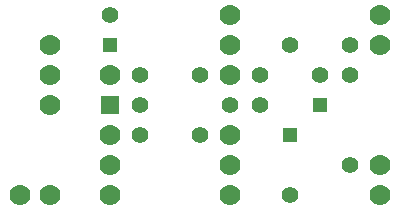
<source format=gtl>
G75*
%MOIN*%
%OFA0B0*%
%FSLAX25Y25*%
%IPPOS*%
%LPD*%
%AMOC8*
5,1,8,0,0,1.08239X$1,22.5*
%
%ADD10C,0.07000*%
%ADD11C,0.05543*%
%ADD12R,0.04756X0.04756*%
%ADD13R,0.06300X0.06300*%
%ADD14R,0.05150X0.05150*%
D10*
X0030337Y0011833D03*
X0040337Y0011833D03*
X0060337Y0011833D03*
X0060337Y0021833D03*
X0060337Y0031833D03*
X0040337Y0041833D03*
X0040337Y0051833D03*
X0040337Y0061833D03*
X0060337Y0051833D03*
X0100337Y0051833D03*
X0100337Y0061833D03*
X0100337Y0071833D03*
X0150337Y0071833D03*
X0150337Y0061833D03*
X0100337Y0031833D03*
X0100337Y0021833D03*
X0100337Y0011833D03*
X0150337Y0011833D03*
X0150337Y0021833D03*
D11*
X0140337Y0021833D03*
X0120337Y0011833D03*
X0090337Y0031833D03*
X0070337Y0031833D03*
X0070337Y0041833D03*
X0070337Y0051833D03*
X0090337Y0051833D03*
X0100337Y0041833D03*
X0110337Y0041833D03*
X0110337Y0051833D03*
X0130337Y0051833D03*
X0140337Y0051833D03*
X0140337Y0061833D03*
X0120337Y0061833D03*
X0060337Y0071833D03*
D12*
X0060337Y0061833D03*
X0120337Y0031833D03*
D13*
X0060337Y0041833D03*
D14*
X0130337Y0041833D03*
M02*

</source>
